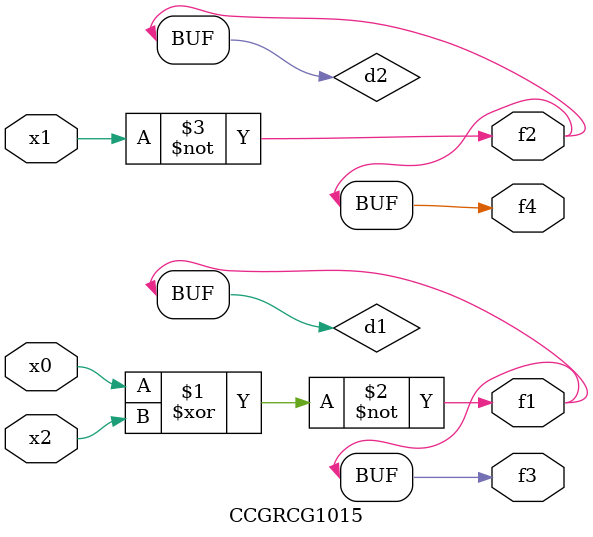
<source format=v>
module CCGRCG1015(
	input x0, x1, x2,
	output f1, f2, f3, f4
);

	wire d1, d2, d3;

	xnor (d1, x0, x2);
	nand (d2, x1);
	nor (d3, x1, x2);
	assign f1 = d1;
	assign f2 = d2;
	assign f3 = d1;
	assign f4 = d2;
endmodule

</source>
